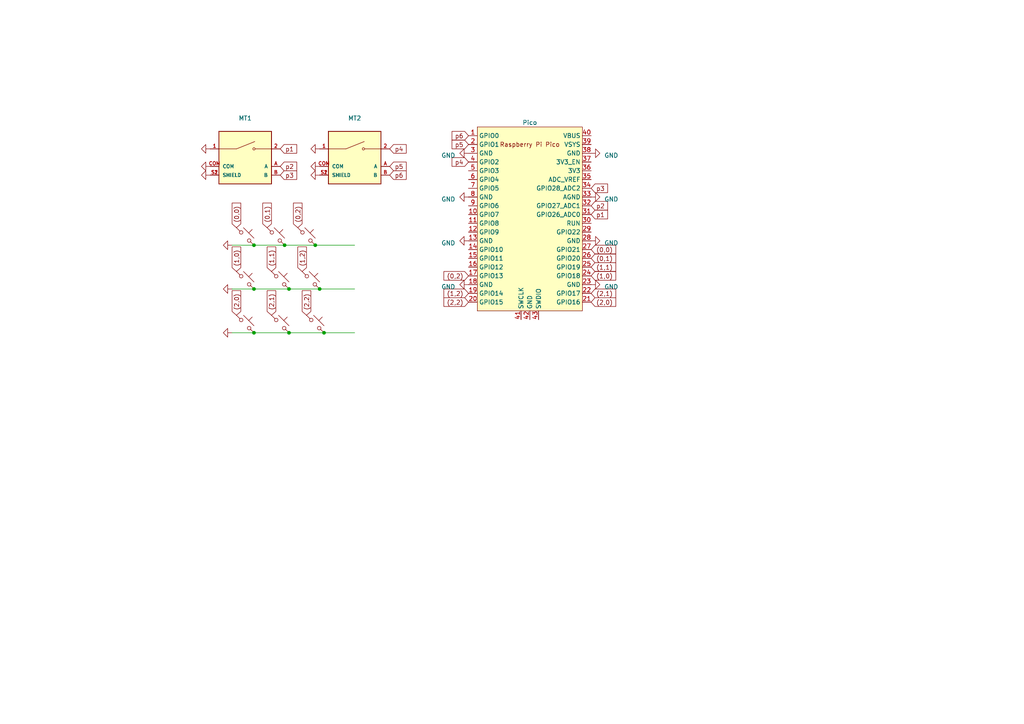
<source format=kicad_sch>
(kicad_sch (version 20230121) (generator eeschema)
  (paper "A4")
  (lib_symbols
    (symbol "MCU_RaspberryPi_and_Boards:Pico"
      (property "Reference" "U" (at -13.97 27.94 0))
      (property "Value" "Pico" (at 0 19.05 0))
      (symbol "Pico_0_0"
        (text "Raspberry Pi Pico" (at 0 21.59 0) (effects (font (size 1.27 1.27))))
      )
      (symbol "Pico_0_1"
        (rectangle (start -15.24 26.67) (end 15.24 -26.67) (fill (type background)))
      )
      (symbol "Pico_1_1"
        (pin bidirectional line (at -17.78 24.13 0) (length 2.54) (name "GPIO0") (number "1"))
        (pin bidirectional line (at -17.78 1.27 0) (length 2.54) (name "GPIO7") (number "10"))
        (pin bidirectional line (at -17.78 -1.27 0) (length 2.54) (name "GPIO8") (number "11"))
        (pin bidirectional line (at -17.78 -3.81 0) (length 2.54) (name "GPIO9") (number "12"))
        (pin power_in line (at -17.78 -6.35 0) (length 2.54) (name "GND") (number "13"))
        (pin bidirectional line (at -17.78 -8.89 0) (length 2.54) (name "GPIO10") (number "14"))
        (pin bidirectional line (at -17.78 -11.43 0) (length 2.54) (name "GPIO11") (number "15"))
        (pin bidirectional line (at -17.78 -13.97 0) (length 2.54) (name "GPIO12") (number "16"))
        (pin bidirectional line (at -17.78 -16.51 0) (length 2.54) (name "GPIO13") (number "17"))
        (pin power_in line (at -17.78 -19.05 0) (length 2.54) (name "GND") (number "18"))
        (pin bidirectional line (at -17.78 -21.59 0) (length 2.54) (name "GPIO14") (number "19"))
        (pin bidirectional line (at -17.78 21.59 0) (length 2.54) (name "GPIO1") (number "2"))
        (pin bidirectional line (at -17.78 -24.13 0) (length 2.54) (name "GPIO15") (number "20"))
        (pin bidirectional line (at 17.78 -24.13 180) (length 2.54) (name "GPIO16") (number "21"))
        (pin bidirectional line (at 17.78 -21.59 180) (length 2.54) (name "GPIO17") (number "22"))
        (pin power_in line (at 17.78 -19.05 180) (length 2.54) (name "GND") (number "23"))
        (pin bidirectional line (at 17.78 -16.51 180) (length 2.54) (name "GPIO18") (number "24"))
        (pin bidirectional line (at 17.78 -13.97 180) (length 2.54) (name "GPIO19") (number "25"))
        (pin bidirectional line (at 17.78 -11.43 180) (length 2.54) (name "GPIO20") (number "26"))
        (pin bidirectional line (at 17.78 -8.89 180) (length 2.54) (name "GPIO21") (number "27"))
        (pin power_in line (at 17.78 -6.35 180) (length 2.54) (name "GND") (number "28"))
        (pin bidirectional line (at 17.78 -3.81 180) (length 2.54) (name "GPIO22") (number "29"))
        (pin power_in line (at -17.78 19.05 0) (length 2.54) (name "GND") (number "3"))
        (pin input line (at 17.78 -1.27 180) (length 2.54) (name "RUN") (number "30"))
        (pin bidirectional line (at 17.78 1.27 180) (length 2.54) (name "GPIO26_ADC0") (number "31"))
        (pin bidirectional line (at 17.78 3.81 180) (length 2.54) (name "GPIO27_ADC1") (number "32"))
        (pin power_in line (at 17.78 6.35 180) (length 2.54) (name "AGND") (number "33"))
        (pin bidirectional line (at 17.78 8.89 180) (length 2.54) (name "GPIO28_ADC2") (number "34"))
        (pin power_in line (at 17.78 11.43 180) (length 2.54) (name "ADC_VREF") (number "35"))
        (pin power_in line (at 17.78 13.97 180) (length 2.54) (name "3V3") (number "36"))
        (pin input line (at 17.78 16.51 180) (length 2.54) (name "3V3_EN") (number "37"))
        (pin bidirectional line (at 17.78 19.05 180) (length 2.54) (name "GND") (number "38"))
        (pin power_in line (at 17.78 21.59 180) (length 2.54) (name "VSYS") (number "39"))
        (pin bidirectional line (at -17.78 16.51 0) (length 2.54) (name "GPIO2") (number "4"))
        (pin power_in line (at 17.78 24.13 180) (length 2.54) (name "VBUS") (number "40"))
        (pin input line (at -2.54 -29.21 90) (length 2.54) (name "SWCLK") (number "41"))
        (pin power_in line (at 0 -29.21 90) (length 2.54) (name "GND") (number "42"))
        (pin bidirectional line (at 2.54 -29.21 90) (length 2.54) (name "SWDIO") (number "43"))
        (pin bidirectional line (at -17.78 13.97 0) (length 2.54) (name "GPIO3") (number "5"))
        (pin bidirectional line (at -17.78 11.43 0) (length 2.54) (name "GPIO4") (number "6"))
        (pin bidirectional line (at -17.78 8.89 0) (length 2.54) (name "GPIO5") (number "7"))
        (pin power_in line (at -17.78 6.35 0) (length 2.54) (name "GND") (number "8"))
        (pin bidirectional line (at -17.78 3.81 0) (length 2.54) (name "GPIO6") (number "9"))
      )
    )
    (symbol "PCM_marbastlib-mx:MX_SW_solder" (pin_numbers hide) (pin_names (offset 1.016) hide)
      (property "Reference" "MX" (at 3.048 1.016 0))
      (property "Value" "MX_SW_solder" (at 0 -3.81 0))
      (symbol "MX_SW_solder_0_1"
        (circle (center -1.1684 1.1684) (radius 0.508))
        (polyline (pts (xy -0.508 2.54) (xy 2.54 -0.508)))
        (polyline (pts (xy 1.016 1.016) (xy 2.032 2.032)))
        (polyline (pts (xy -2.54 2.54) (xy -1.524 1.524) (xy -1.524 1.524)))
        (polyline (pts (xy 1.524 -1.524) (xy 2.54 -2.54) (xy 2.54 -2.54) (xy 2.54 -2.54)))
        (circle (center 1.143 -1.1938) (radius 0.508))
        (pin passive line (at -2.54 2.54 0) (length 0) (name "1") (number "1"))
        (pin passive line (at 2.54 -2.54 180) (length 0) (name "2") (number "2"))
      )
    )
    (symbol "PEC11R-4215F-S0024:PEC11R-4215F-S0024" (pin_names (offset 1.016))
      (property "Reference" "MT" (at -7.62 8.89 0))
      (property "Value" "PEC11R-4215F-S0024" (at -7.62 -8.89 0))
      (symbol "PEC11R-4215F-S0024_0_0"
        (rectangle (start -7.62 -7.62) (end 7.62 7.62) (stroke (width 0.254)) (fill (type background)))
        (polyline (pts (xy -2.54 2.54) (xy -7.62 2.54)) (stroke (width 0.1524)))
        (polyline (pts (xy -2.54 2.54) (xy 2.794 4.6736)) (stroke (width 0.1524)))
        (polyline (pts (xy 7.62 2.54) (xy 2.921 2.54)) (stroke (width 0.1524)))
        (circle (center 2.54 2.54) (radius 0.3302) (stroke (width 0.1524)))
        (pin passive line (at -10.16 2.54 0) (length 2.54) (name "~") (number "1"))
        (pin passive line (at 10.16 2.54 180) (length 2.54) (name "~") (number "2"))
        (pin passive line (at 10.16 -2.54 180) (length 2.54) (name "A") (number "A"))
        (pin passive line (at 10.16 -5.08 180) (length 2.54) (name "B") (number "B"))
        (pin passive line (at -10.16 -2.54 0) (length 2.54) (name "COM") (number "COM"))
        (pin passive line (at -10.16 -5.08 0) (length 2.54) (name "SHIELD") (number "S1"))
        (pin passive line (at -10.16 -5.08 0) (length 2.54) (name "SHIELD") (number "S2"))
      )
    )
    (symbol "power:GND" (power) (pin_names (offset 0))
      (property "Value" "GND" (at 0 -3.81 0))
      (symbol "GND_0_1"
        (polyline (pts (xy 0 0) (xy 0 -1.27) (xy 1.27 -1.27) (xy 0 -2.54) (xy -1.27 -1.27) (xy 0 -1.27)))
      )
      (symbol "GND_1_1"
        (pin power_in line (at 0 0 270) (length 0) hide (name "GND") (number "1"))
      )
    )
  )
  (junction (at 73.66 96.52))
  (junction (at 82.55 71.12))
  (junction (at 93.98 96.52))
  (junction (at 73.66 71.12))
  (junction (at 91.44 71.12))
  (junction (at 73.66 83.82))
  (junction (at 83.82 96.52))
  (junction (at 92.71 83.82))
  (junction (at 83.82 83.82))
  (wire (pts (xy 83.82 96.52) (xy 93.98 96.52)))
  (wire (pts (xy 83.82 83.82) (xy 92.71 83.82)))
  (wire (pts (xy 93.98 96.52) (xy 102.87 96.52)))
  (wire (pts (xy 91.44 71.12) (xy 102.87 71.12)))
  (wire (pts (xy 73.66 71.12) (xy 82.55 71.12)))
  (wire (pts (xy 67.31 71.12) (xy 73.66 71.12)))
  (wire (pts (xy 73.66 83.82) (xy 83.82 83.82)))
  (wire (pts (xy 82.55 71.12) (xy 91.44 71.12)))
  (wire (pts (xy 67.31 96.52) (xy 73.66 96.52)))
  (wire (pts (xy 73.66 96.52) (xy 83.82 96.52)))
  (wire (pts (xy 67.31 83.82) (xy 73.66 83.82)))
  (wire (pts (xy 92.71 83.82) (xy 102.87 83.82)))
  (global_label "p1" (shape input) (at 81.28 43.18 0) (property "Intersheetrefs" "${INTERSHEET_REFS}" (effects hide)))
  (global_label "(2,2)" (shape input) (at 88.9 91.44 90) (property "Intersheetrefs" "${INTERSHEET_REFS}" (effects hide)))
  (global_label "(1,2)" (shape input) (at 135.89 85.09 180) (property "Intersheetrefs" "${INTERSHEET_REFS}" (effects hide)))
  (global_label "p2" (shape input) (at 81.28 48.26 0) (property "Intersheetrefs" "${INTERSHEET_REFS}" (effects hide)))
  (global_label "p1" (shape input) (at 171.45 62.23 0) (property "Intersheetrefs" "${INTERSHEET_REFS}" (effects hide)))
  (global_label "p2" (shape input) (at 171.45 59.69 0) (property "Intersheetrefs" "${INTERSHEET_REFS}" (effects hide)))
  (global_label "p5" (shape input) (at 135.89 41.91 180) (property "Intersheetrefs" "${INTERSHEET_REFS}" (effects hide)))
  (global_label "(1,2)" (shape input) (at 87.63 78.74 90) (property "Intersheetrefs" "${INTERSHEET_REFS}" (effects hide)))
  (global_label "(0,0)" (shape input) (at 171.45 72.39 0) (property "Intersheetrefs" "${INTERSHEET_REFS}" (effects hide)))
  (global_label "(1,1)" (shape input) (at 78.74 78.74 90) (property "Intersheetrefs" "${INTERSHEET_REFS}" (effects hide)))
  (global_label "p4" (shape input) (at 135.89 46.99 180) (property "Intersheetrefs" "${INTERSHEET_REFS}" (effects hide)))
  (global_label "p4" (shape input) (at 113.03 43.18 0) (property "Intersheetrefs" "${INTERSHEET_REFS}" (effects hide)))
  (global_label "p5" (shape input) (at 113.03 48.26 0) (property "Intersheetrefs" "${INTERSHEET_REFS}" (effects hide)))
  (global_label "(2,2)" (shape input) (at 135.89 87.63 180) (property "Intersheetrefs" "${INTERSHEET_REFS}" (effects hide)))
  (global_label "p6" (shape input) (at 113.03 50.8 0) (property "Intersheetrefs" "${INTERSHEET_REFS}" (effects hide)))
  (global_label "(2,0)" (shape input) (at 68.58 91.44 90) (property "Intersheetrefs" "${INTERSHEET_REFS}" (effects hide)))
  (global_label "(2,1)" (shape input) (at 78.74 91.44 90) (property "Intersheetrefs" "${INTERSHEET_REFS}" (effects hide)))
  (global_label "p3" (shape input) (at 171.45 54.61 0) (property "Intersheetrefs" "${INTERSHEET_REFS}" (effects hide)))
  (global_label "(0,0)" (shape input) (at 68.58 66.04 90) (property "Intersheetrefs" "${INTERSHEET_REFS}" (effects hide)))
  (global_label "(2,1)" (shape input) (at 171.45 85.09 0) (property "Intersheetrefs" "${INTERSHEET_REFS}" (effects hide)))
  (global_label "(0,2)" (shape input) (at 86.36 66.04 90) (property "Intersheetrefs" "${INTERSHEET_REFS}" (effects hide)))
  (global_label "(1,0)" (shape input) (at 171.45 80.01 0) (property "Intersheetrefs" "${INTERSHEET_REFS}" (effects hide)))
  (global_label "p6" (shape input) (at 135.89 39.37 180) (property "Intersheetrefs" "${INTERSHEET_REFS}" (effects hide)))
  (global_label "(1,1)" (shape input) (at 171.45 77.47 0) (property "Intersheetrefs" "${INTERSHEET_REFS}" (effects hide)))
  (global_label "p3" (shape input) (at 81.28 50.8 0) (property "Intersheetrefs" "${INTERSHEET_REFS}" (effects hide)))
  (global_label "(0,1)" (shape input) (at 77.47 66.04 90) (property "Intersheetrefs" "${INTERSHEET_REFS}" (effects hide)))
  (global_label "(2,0)" (shape input) (at 171.45 87.63 0) (property "Intersheetrefs" "${INTERSHEET_REFS}" (effects hide)))
  (global_label "(0,1)" (shape input) (at 171.45 74.93 0) (property "Intersheetrefs" "${INTERSHEET_REFS}" (effects hide)))
  (global_label "(0,2)" (shape input) (at 135.89 80.01 180) (property "Intersheetrefs" "${INTERSHEET_REFS}" (effects hide)))
  (global_label "(1,0)" (shape input) (at 68.58 78.74 90) (property "Intersheetrefs" "${INTERSHEET_REFS}" (effects hide)))
  (symbol (lib_id "PEC11R-4215F-S0024:PEC11R-4215F-S0024") (at 102.87 45.72 0) (unit 1)
    (property "Reference" "MT2" (at 102.87 34.29 0))
    (property "Value" "PEC11R-4215F-S0024" (effects hide))
    (property "Footprint" "XDCR_PEC11R-4215F-S0024" (effects hide))
    (property "PARTREV" "Rev. 09/19" (effects hide))
    (property "MANUFACTURER" "J.W.Miller/Bourns" (effects hide))
    (property "MAXIMUM_PACKAGE_HEIGHT" "21.5 mm" (effects hide))
    (property "STANDARD" "Manufacturer Recommendations" (effects hide))
  )
  (symbol (lib_id "PCM_marbastlib-mx:MX_SW_solder") (at 71.12 81.28 0) (unit 1)
    (property "Reference" "MX2" (effects hide))
    (property "Value" "MX_SW_solder" (effects hide))
    (property "Footprint" "PCM_marbastlib-mx:SW_MX_1u" (effects hide))
  )
  (symbol (lib_id "power:GND") (at 67.31 96.52 270) (unit 1)
    (property "Reference" "#PWR03" (effects hide))
    (property "Value" "GND" (effects hide))
  )
  (symbol (lib_id "PCM_marbastlib-mx:MX_SW_solder") (at 81.28 93.98 0) (unit 1)
    (property "Reference" "MX6" (effects hide))
    (property "Value" "MX_SW_solder" (effects hide))
    (property "Footprint" "PCM_marbastlib-mx:SW_MX_1u" (effects hide))
  )
  (symbol (lib_id "power:GND") (at 135.89 57.15 270) (unit 1)
    (property "Reference" "#PWR08" (effects hide))
    (property "Value" "GND" (at 132.08 57.785 90) (effects (justify right)))
  )
  (symbol (lib_id "power:GND") (at 171.45 57.15 90) (unit 1)
    (property "Reference" "#PWR017" (effects hide))
    (property "Value" "GND" (at 175.26 57.785 90) (effects (justify right)))
  )
  (symbol (lib_id "power:GND") (at 67.31 83.82 270) (unit 1)
    (property "Reference" "#PWR02" (effects hide))
    (property "Value" "GND" (effects hide))
  )
  (symbol (lib_id "PCM_marbastlib-mx:MX_SW_solder") (at 90.17 81.28 0) (unit 1)
    (property "Reference" "MX8" (effects hide))
    (property "Value" "MX_SW_solder" (effects hide))
    (property "Footprint" "PCM_marbastlib-mx:SW_MX_1u" (effects hide))
  )
  (symbol (lib_id "power:GND") (at 60.96 43.18 270) (unit 1)
    (property "Reference" "#PWR010" (effects hide))
    (property "Value" "GND" (effects hide))
  )
  (symbol (lib_id "power:GND") (at 92.71 48.26 270) (unit 1)
    (property "Reference" "#PWR011" (effects hide))
    (property "Value" "GND" (effects hide))
  )
  (symbol (lib_id "power:GND") (at 60.96 48.26 270) (unit 1)
    (property "Reference" "#PWR013" (effects hide))
    (property "Value" "GND" (effects hide))
  )
  (symbol (lib_id "power:GND") (at 135.89 69.85 270) (unit 1)
    (property "Reference" "#PWR05" (effects hide))
    (property "Value" "GND" (at 132.08 70.485 90) (effects (justify right)))
  )
  (symbol (lib_id "MCU_RaspberryPi_and_Boards:Pico") (at 153.67 63.5 0) (unit 1)
    (property "Reference" "U1" (effects hide))
    (property "Value" "Pico" (at 153.67 35.56 0))
    (property "Footprint" "MCU_RaspberryPi_and_Boards:RPi_Pico_SMD_TH" (effects hide))
  )
  (symbol (lib_id "power:GND") (at 171.45 69.85 90) (unit 1)
    (property "Reference" "#PWR07" (effects hide))
    (property "Value" "GND" (at 175.26 70.485 90) (effects (justify right)))
  )
  (symbol (lib_id "power:GND") (at 135.89 82.55 270) (unit 1)
    (property "Reference" "#PWR06" (effects hide))
    (property "Value" "GND" (at 132.08 83.185 90) (effects (justify right)))
  )
  (symbol (lib_id "power:GND") (at 92.71 43.18 270) (unit 1)
    (property "Reference" "#PWR014" (effects hide))
    (property "Value" "GND" (effects hide))
  )
  (symbol (lib_id "PCM_marbastlib-mx:MX_SW_solder") (at 80.01 68.58 0) (unit 1)
    (property "Reference" "MX4" (effects hide))
    (property "Value" "MX_SW_solder" (effects hide))
    (property "Footprint" "PCM_marbastlib-mx:SW_MX_1u" (effects hide))
  )
  (symbol (lib_id "power:GND") (at 135.89 44.45 270) (unit 1)
    (property "Reference" "#PWR016" (effects hide))
    (property "Value" "GND" (at 132.08 45.085 90) (effects (justify right)))
  )
  (symbol (lib_id "PCM_marbastlib-mx:MX_SW_solder") (at 71.12 68.58 0) (unit 1)
    (property "Reference" "MX1" (effects hide))
    (property "Value" "MX_SW_solder" (effects hide))
    (property "Footprint" "PCM_marbastlib-mx:SW_MX_1u" (effects hide))
  )
  (symbol (lib_id "PCM_marbastlib-mx:MX_SW_solder") (at 91.44 93.98 0) (unit 1)
    (property "Reference" "MX9" (effects hide))
    (property "Value" "MX_SW_solder" (effects hide))
    (property "Footprint" "PCM_marbastlib-mx:SW_MX_1u" (effects hide))
  )
  (symbol (lib_id "power:GND") (at 171.45 44.45 90) (unit 1)
    (property "Reference" "#PWR04" (effects hide))
    (property "Value" "GND" (at 175.26 45.085 90) (effects (justify right)))
  )
  (symbol (lib_id "power:GND") (at 60.96 50.8 270) (unit 1)
    (property "Reference" "#PWR012" (effects hide))
    (property "Value" "GND" (effects hide))
  )
  (symbol (lib_id "power:GND") (at 171.45 82.55 90) (unit 1)
    (property "Reference" "#PWR09" (effects hide))
    (property "Value" "GND" (at 175.26 83.185 90) (effects (justify right)))
  )
  (symbol (lib_id "PCM_marbastlib-mx:MX_SW_solder") (at 88.9 68.58 0) (unit 1)
    (property "Reference" "MX7" (effects hide))
    (property "Value" "MX_SW_solder" (effects hide))
    (property "Footprint" "PCM_marbastlib-mx:SW_MX_1u" (effects hide))
  )
  (symbol (lib_id "PCM_marbastlib-mx:MX_SW_solder") (at 81.28 81.28 0) (unit 1)
    (property "Reference" "MX5" (effects hide))
    (property "Value" "MX_SW_solder" (effects hide))
    (property "Footprint" "PCM_marbastlib-mx:SW_MX_1u" (effects hide))
  )
  (symbol (lib_id "PEC11R-4215F-S0024:PEC11R-4215F-S0024") (at 71.12 45.72 0) (unit 1)
    (property "Reference" "MT1" (at 71.12 34.29 0))
    (property "Value" "PEC11R-4215F-S0024" (effects hide))
    (property "Footprint" "XDCR_PEC11R-4215F-S0024" (effects hide))
    (property "PARTREV" "Rev. 09/19" (effects hide))
    (property "MANUFACTURER" "J.W.Miller/Bourns" (effects hide))
    (property "MAXIMUM_PACKAGE_HEIGHT" "21.5 mm" (effects hide))
    (property "STANDARD" "Manufacturer Recommendations" (effects hide))
  )
  (symbol (lib_id "power:GND") (at 92.71 50.8 270) (unit 1)
    (property "Reference" "#PWR015" (effects hide))
    (property "Value" "GND" (effects hide))
  )
  (symbol (lib_id "PCM_marbastlib-mx:MX_SW_solder") (at 71.12 93.98 0) (unit 1)
    (property "Reference" "MX3" (effects hide))
    (property "Value" "MX_SW_solder" (effects hide))
    (property "Footprint" "PCM_marbastlib-mx:SW_MX_1u" (effects hide))
  )
  (symbol (lib_id "power:GND") (at 67.31 71.12 270) (unit 1)
    (property "Reference" "#PWR01" (effects hide))
    (property "Value" "GND" (effects hide))
  )
)
</source>
